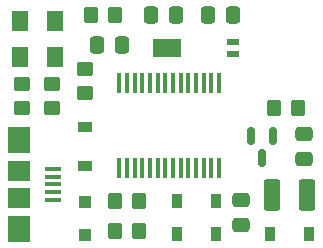
<source format=gbp>
%TF.GenerationSoftware,KiCad,Pcbnew,(6.0.7)*%
%TF.CreationDate,2022-10-10T13:15:42-04:00*%
%TF.ProjectId,dumbwatch,64756d62-7761-4746-9368-2e6b69636164,rev?*%
%TF.SameCoordinates,Original*%
%TF.FileFunction,Paste,Bot*%
%TF.FilePolarity,Positive*%
%FSLAX46Y46*%
G04 Gerber Fmt 4.6, Leading zero omitted, Abs format (unit mm)*
G04 Created by KiCad (PCBNEW (6.0.7)) date 2022-10-10 13:15:42*
%MOMM*%
%LPD*%
G01*
G04 APERTURE LIST*
G04 Aperture macros list*
%AMRoundRect*
0 Rectangle with rounded corners*
0 $1 Rounding radius*
0 $2 $3 $4 $5 $6 $7 $8 $9 X,Y pos of 4 corners*
0 Add a 4 corners polygon primitive as box body*
4,1,4,$2,$3,$4,$5,$6,$7,$8,$9,$2,$3,0*
0 Add four circle primitives for the rounded corners*
1,1,$1+$1,$2,$3*
1,1,$1+$1,$4,$5*
1,1,$1+$1,$6,$7*
1,1,$1+$1,$8,$9*
0 Add four rect primitives between the rounded corners*
20,1,$1+$1,$2,$3,$4,$5,0*
20,1,$1+$1,$4,$5,$6,$7,0*
20,1,$1+$1,$6,$7,$8,$9,0*
20,1,$1+$1,$8,$9,$2,$3,0*%
G04 Aperture macros list end*
%ADD10RoundRect,0.150000X-0.150000X0.587500X-0.150000X-0.587500X0.150000X-0.587500X0.150000X0.587500X0*%
%ADD11R,1.400000X0.400000*%
%ADD12R,1.900000X2.300000*%
%ADD13R,1.900000X1.800000*%
%ADD14R,1.100000X0.600000*%
%ADD15R,2.400000X1.500000*%
%ADD16RoundRect,0.250001X0.462499X1.074999X-0.462499X1.074999X-0.462499X-1.074999X0.462499X-1.074999X0*%
%ADD17R,0.450000X1.750000*%
%ADD18RoundRect,0.250000X-0.350000X-0.450000X0.350000X-0.450000X0.350000X0.450000X-0.350000X0.450000X0*%
%ADD19RoundRect,0.250000X0.475000X-0.337500X0.475000X0.337500X-0.475000X0.337500X-0.475000X-0.337500X0*%
%ADD20R,0.900000X1.200000*%
%ADD21R,1.100000X1.100000*%
%ADD22R,1.200000X0.900000*%
%ADD23RoundRect,0.250000X-0.475000X0.337500X-0.475000X-0.337500X0.475000X-0.337500X0.475000X0.337500X0*%
%ADD24RoundRect,0.250000X0.450000X-0.350000X0.450000X0.350000X-0.450000X0.350000X-0.450000X-0.350000X0*%
%ADD25RoundRect,0.250000X0.350000X0.450000X-0.350000X0.450000X-0.350000X-0.450000X0.350000X-0.450000X0*%
%ADD26RoundRect,0.250000X-0.337500X-0.475000X0.337500X-0.475000X0.337500X0.475000X-0.337500X0.475000X0*%
%ADD27RoundRect,0.250001X0.462499X0.624999X-0.462499X0.624999X-0.462499X-0.624999X0.462499X-0.624999X0*%
%ADD28RoundRect,0.250000X-0.450000X0.350000X-0.450000X-0.350000X0.450000X-0.350000X0.450000X0.350000X0*%
G04 APERTURE END LIST*
D10*
X124460000Y-128953500D03*
X125410000Y-127078500D03*
X123510000Y-127078500D03*
D11*
X106706000Y-132491000D03*
X106706000Y-131841000D03*
X106706000Y-131191000D03*
X106706000Y-130541000D03*
X106706000Y-129891000D03*
D12*
X103856000Y-127441000D03*
D13*
X103856000Y-130041000D03*
D12*
X103856000Y-134941000D03*
D13*
X103856000Y-132341000D03*
D14*
X121997000Y-120134000D03*
X121997000Y-119134000D03*
D15*
X116397000Y-119634000D03*
D16*
X125258500Y-132080000D03*
X128233500Y-132080000D03*
D17*
X112361000Y-129838000D03*
X113011000Y-129838000D03*
X113661000Y-129838000D03*
X114311000Y-129838000D03*
X114961000Y-129838000D03*
X115611000Y-129838000D03*
X116261000Y-129838000D03*
X116911000Y-129838000D03*
X117561000Y-129838000D03*
X118211000Y-129838000D03*
X118861000Y-129838000D03*
X119511000Y-129838000D03*
X120161000Y-129838000D03*
X120811000Y-129838000D03*
X120811000Y-122638000D03*
X120161000Y-122638000D03*
X119511000Y-122638000D03*
X118861000Y-122638000D03*
X118211000Y-122638000D03*
X117561000Y-122638000D03*
X116911000Y-122638000D03*
X116261000Y-122638000D03*
X115611000Y-122638000D03*
X114961000Y-122638000D03*
X114311000Y-122638000D03*
X113661000Y-122638000D03*
X113011000Y-122638000D03*
X112361000Y-122638000D03*
D18*
X127492000Y-124739400D03*
X125492000Y-124739400D03*
D19*
X128016000Y-126978500D03*
X128016000Y-129053500D03*
D20*
X117222000Y-132588000D03*
X120522000Y-132588000D03*
D21*
X109474000Y-132712000D03*
X109474000Y-135512000D03*
D20*
X125096000Y-135382000D03*
X128396000Y-135382000D03*
D22*
X109474000Y-129666000D03*
X109474000Y-126366000D03*
D18*
X112030000Y-132588000D03*
X114030000Y-132588000D03*
D23*
X122682000Y-134641500D03*
X122682000Y-132566500D03*
D24*
X109474000Y-121428000D03*
X109474000Y-123428000D03*
D25*
X112030000Y-135128000D03*
X114030000Y-135128000D03*
D20*
X120522000Y-135382000D03*
X117222000Y-135382000D03*
D26*
X115040500Y-116840000D03*
X117115500Y-116840000D03*
X121941500Y-116840000D03*
X119866500Y-116840000D03*
D27*
X103922500Y-117348000D03*
X106897500Y-117348000D03*
D26*
X110468500Y-119380000D03*
X112543500Y-119380000D03*
D24*
X104140000Y-124714000D03*
X104140000Y-122714000D03*
D28*
X106680000Y-124698000D03*
X106680000Y-122698000D03*
D18*
X109998000Y-116840000D03*
X111998000Y-116840000D03*
D27*
X106897500Y-120396000D03*
X103922500Y-120396000D03*
M02*

</source>
